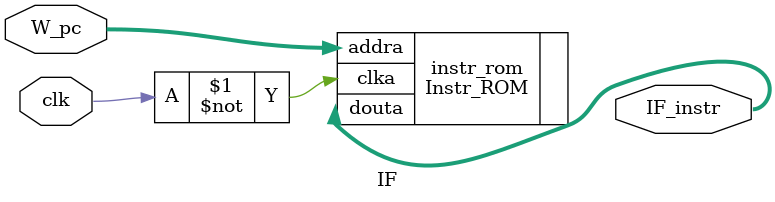
<source format=v>
`timescale 1ns / 1ps


module IF(
        input wire clk,
        input wire [31:0] W_pc,
        output wire [31:0] IF_instr
    );

    Instr_ROM instr_rom (
        .clka(~clk),    // input wire clka
        .addra(W_pc),  // input wire [9 : 0] addra
        .douta(IF_instr)  // output wire [31 : 0] douta
    );
endmodule

</source>
